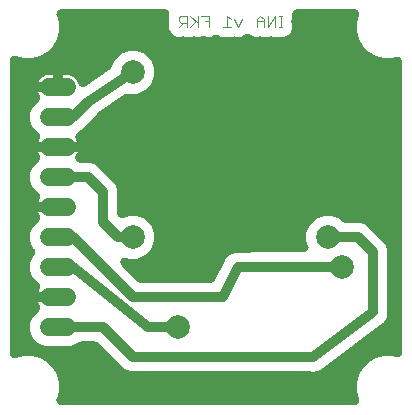
<source format=gbr>
G04 EAGLE Gerber RS-274X export*
G75*
%MOMM*%
%FSLAX34Y34*%
%LPD*%
%INBottom Copper*%
%IPPOS*%
%AMOC8*
5,1,8,0,0,1.08239X$1,22.5*%
G01*
%ADD10C,0.076200*%
%ADD11C,1.524000*%
%ADD12C,0.812800*%
%ADD13C,2.000000*%

G36*
X302096Y10174D02*
X302096Y10174D01*
X302288Y10179D01*
X302380Y10194D01*
X302473Y10201D01*
X302661Y10241D01*
X302850Y10272D01*
X302939Y10300D01*
X303030Y10320D01*
X303210Y10386D01*
X303393Y10443D01*
X303477Y10483D01*
X303565Y10516D01*
X303735Y10606D01*
X303907Y10689D01*
X303985Y10740D01*
X304068Y10784D01*
X304222Y10898D01*
X304382Y11004D01*
X304452Y11066D01*
X304527Y11121D01*
X304665Y11255D01*
X304808Y11382D01*
X304869Y11453D01*
X304936Y11518D01*
X305053Y11670D01*
X305177Y11816D01*
X305227Y11895D01*
X305284Y11969D01*
X305379Y12135D01*
X305482Y12298D01*
X305520Y12383D01*
X305567Y12464D01*
X305637Y12642D01*
X305716Y12817D01*
X305742Y12907D01*
X305777Y12993D01*
X305822Y13180D01*
X305876Y13364D01*
X305889Y13456D01*
X305911Y13547D01*
X305930Y13738D01*
X305957Y13928D01*
X305957Y14021D01*
X305966Y14114D01*
X305958Y14306D01*
X305958Y14498D01*
X305947Y14569D01*
X305942Y14684D01*
X305838Y15244D01*
X305831Y15262D01*
X305829Y15276D01*
X304039Y21956D01*
X304039Y28844D01*
X305822Y35498D01*
X309266Y41463D01*
X314137Y46334D01*
X320102Y49778D01*
X326756Y51561D01*
X333644Y51561D01*
X337024Y50655D01*
X337212Y50618D01*
X337399Y50573D01*
X337492Y50564D01*
X337584Y50546D01*
X337775Y50537D01*
X337966Y50518D01*
X338060Y50522D01*
X338153Y50517D01*
X338344Y50534D01*
X338536Y50543D01*
X338627Y50560D01*
X338720Y50568D01*
X338907Y50612D01*
X339096Y50647D01*
X339184Y50676D01*
X339275Y50697D01*
X339454Y50767D01*
X339636Y50828D01*
X339719Y50870D01*
X339806Y50903D01*
X339974Y50997D01*
X340145Y51083D01*
X340222Y51136D01*
X340304Y51182D01*
X340456Y51298D01*
X340614Y51407D01*
X340683Y51470D01*
X340757Y51527D01*
X340892Y51663D01*
X341033Y51793D01*
X341092Y51865D01*
X341158Y51932D01*
X341272Y52085D01*
X341394Y52234D01*
X341442Y52314D01*
X341498Y52389D01*
X341590Y52557D01*
X341689Y52721D01*
X341726Y52807D01*
X341771Y52889D01*
X341838Y53069D01*
X341914Y53245D01*
X341938Y53335D01*
X341971Y53423D01*
X342013Y53610D01*
X342063Y53795D01*
X342070Y53867D01*
X342095Y53979D01*
X342139Y54547D01*
X342138Y54566D01*
X342139Y54580D01*
X342139Y301020D01*
X342126Y301212D01*
X342121Y301403D01*
X342106Y301495D01*
X342099Y301589D01*
X342059Y301776D01*
X342028Y301966D01*
X342000Y302055D01*
X341980Y302146D01*
X341914Y302326D01*
X341857Y302509D01*
X341817Y302593D01*
X341784Y302681D01*
X341694Y302850D01*
X341611Y303023D01*
X341560Y303101D01*
X341516Y303183D01*
X341402Y303338D01*
X341296Y303498D01*
X341234Y303568D01*
X341179Y303643D01*
X341045Y303781D01*
X340918Y303924D01*
X340847Y303985D01*
X340782Y304052D01*
X340630Y304169D01*
X340484Y304293D01*
X340405Y304343D01*
X340331Y304400D01*
X340165Y304495D01*
X340002Y304598D01*
X339917Y304636D01*
X339836Y304682D01*
X339658Y304753D01*
X339483Y304832D01*
X339393Y304858D01*
X339307Y304893D01*
X339120Y304938D01*
X338936Y304991D01*
X338844Y305005D01*
X338753Y305027D01*
X338562Y305045D01*
X338372Y305073D01*
X338279Y305073D01*
X338186Y305082D01*
X337994Y305074D01*
X337802Y305074D01*
X337731Y305062D01*
X337616Y305057D01*
X337056Y304953D01*
X337038Y304947D01*
X337024Y304945D01*
X333644Y304039D01*
X326756Y304039D01*
X320102Y305822D01*
X314137Y309266D01*
X309266Y314137D01*
X305822Y320102D01*
X304039Y326756D01*
X304039Y333644D01*
X305802Y340224D01*
X305839Y340412D01*
X305884Y340599D01*
X305893Y340692D01*
X305911Y340784D01*
X305921Y340975D01*
X305939Y341166D01*
X305935Y341260D01*
X305940Y341353D01*
X305923Y341544D01*
X305915Y341736D01*
X305898Y341827D01*
X305890Y341920D01*
X305846Y342107D01*
X305811Y342296D01*
X305781Y342384D01*
X305760Y342475D01*
X305691Y342654D01*
X305630Y342836D01*
X305588Y342919D01*
X305554Y343006D01*
X305460Y343174D01*
X305374Y343345D01*
X305321Y343422D01*
X305276Y343504D01*
X305160Y343656D01*
X305051Y343814D01*
X304987Y343883D01*
X304931Y343957D01*
X304794Y344092D01*
X304664Y344233D01*
X304592Y344292D01*
X304526Y344358D01*
X304372Y344472D01*
X304223Y344594D01*
X304143Y344642D01*
X304069Y344698D01*
X303900Y344790D01*
X303736Y344889D01*
X303650Y344926D01*
X303568Y344971D01*
X303389Y345038D01*
X303212Y345114D01*
X303122Y345138D01*
X303035Y345171D01*
X302847Y345213D01*
X302662Y345263D01*
X302590Y345270D01*
X302479Y345295D01*
X301911Y345339D01*
X301891Y345338D01*
X301878Y345339D01*
X253492Y345339D01*
X253263Y345323D01*
X253032Y345313D01*
X252978Y345303D01*
X252924Y345299D01*
X252698Y345251D01*
X252472Y345209D01*
X252420Y345192D01*
X252366Y345180D01*
X252150Y345101D01*
X251932Y345028D01*
X251883Y345003D01*
X251831Y344984D01*
X251628Y344876D01*
X251423Y344773D01*
X251377Y344742D01*
X251329Y344716D01*
X251143Y344580D01*
X250954Y344449D01*
X250913Y344412D01*
X250869Y344379D01*
X250704Y344219D01*
X250535Y344063D01*
X250500Y344020D01*
X250461Y343982D01*
X250320Y343800D01*
X250174Y343622D01*
X250146Y343574D01*
X250112Y343531D01*
X249998Y343331D01*
X249879Y343134D01*
X249857Y343084D01*
X249830Y343036D01*
X249745Y342822D01*
X249654Y342611D01*
X249640Y342558D01*
X249620Y342507D01*
X249565Y342282D01*
X249505Y342061D01*
X249501Y342017D01*
X249485Y341953D01*
X249430Y341386D01*
X249433Y341320D01*
X249429Y341276D01*
X249429Y338294D01*
X248826Y336839D01*
X248807Y336782D01*
X248781Y336727D01*
X248717Y336512D01*
X248645Y336299D01*
X248634Y336239D01*
X248617Y336181D01*
X248583Y335959D01*
X248542Y335738D01*
X248540Y335678D01*
X248530Y335618D01*
X248528Y335393D01*
X248518Y335169D01*
X248524Y335109D01*
X248523Y335048D01*
X248552Y334826D01*
X248574Y334602D01*
X248589Y334543D01*
X248596Y334483D01*
X248630Y334371D01*
X248709Y334048D01*
X248792Y333839D01*
X248826Y333729D01*
X249429Y332274D01*
X249429Y328888D01*
X248133Y325761D01*
X245739Y323367D01*
X242612Y322071D01*
X232983Y322071D01*
X232774Y322134D01*
X232562Y322205D01*
X232502Y322216D01*
X232444Y322234D01*
X232222Y322268D01*
X232001Y322309D01*
X231941Y322311D01*
X231881Y322320D01*
X231656Y322323D01*
X231432Y322332D01*
X231372Y322327D01*
X231311Y322327D01*
X231089Y322299D01*
X230865Y322276D01*
X230806Y322262D01*
X230746Y322254D01*
X230634Y322220D01*
X230311Y322142D01*
X230135Y322071D01*
X229657Y322071D01*
X229650Y322071D01*
X229644Y322071D01*
X229616Y322068D01*
X229088Y322031D01*
X228947Y322001D01*
X228860Y321992D01*
X228421Y321905D01*
X227968Y321994D01*
X227966Y321994D01*
X227965Y321995D01*
X227955Y321996D01*
X227403Y322065D01*
X227264Y322063D01*
X227180Y322071D01*
X223628Y322071D01*
X223419Y322134D01*
X223206Y322205D01*
X223147Y322216D01*
X223089Y322234D01*
X222867Y322268D01*
X222646Y322309D01*
X222586Y322311D01*
X222526Y322320D01*
X222301Y322323D01*
X222077Y322332D01*
X222016Y322327D01*
X221956Y322327D01*
X221734Y322299D01*
X221510Y322276D01*
X221451Y322262D01*
X221391Y322254D01*
X221278Y322220D01*
X220956Y322142D01*
X220779Y322071D01*
X217364Y322071D01*
X214234Y323368D01*
X214175Y323419D01*
X214113Y323485D01*
X213960Y323606D01*
X213813Y323734D01*
X213737Y323783D01*
X213666Y323839D01*
X213498Y323937D01*
X213335Y324043D01*
X213253Y324081D01*
X213175Y324127D01*
X212995Y324201D01*
X212818Y324283D01*
X212731Y324309D01*
X212648Y324344D01*
X212459Y324392D01*
X212272Y324449D01*
X212183Y324462D01*
X212096Y324485D01*
X211902Y324506D01*
X211709Y324536D01*
X211619Y324537D01*
X211529Y324547D01*
X211335Y324541D01*
X211140Y324544D01*
X211050Y324532D01*
X210960Y324529D01*
X210768Y324496D01*
X210574Y324472D01*
X210487Y324448D01*
X210398Y324432D01*
X210213Y324373D01*
X210025Y324321D01*
X209942Y324285D01*
X209856Y324258D01*
X209681Y324173D01*
X209502Y324095D01*
X209425Y324048D01*
X209343Y324009D01*
X209280Y323966D01*
X208705Y323678D01*
X208606Y323620D01*
X208502Y323570D01*
X208408Y323503D01*
X208214Y323389D01*
X207956Y323182D01*
X207859Y323114D01*
X207778Y323043D01*
X207020Y322791D01*
X206768Y322686D01*
X206740Y322676D01*
X206729Y322670D01*
X206493Y322573D01*
X206490Y322571D01*
X206488Y322570D01*
X205773Y322213D01*
X205666Y322205D01*
X205552Y322189D01*
X205437Y322182D01*
X205325Y322157D01*
X205102Y322125D01*
X204783Y322033D01*
X204669Y322007D01*
X204566Y321973D01*
X203769Y322029D01*
X203200Y322030D01*
X203196Y322029D01*
X203193Y322029D01*
X202396Y321973D01*
X202294Y322007D01*
X202183Y322035D01*
X202074Y322073D01*
X201961Y322092D01*
X201742Y322149D01*
X201413Y322185D01*
X201297Y322205D01*
X200530Y322260D01*
X200268Y322260D01*
X200006Y322263D01*
X199983Y322260D01*
X199960Y322260D01*
X199701Y322224D01*
X199441Y322190D01*
X199422Y322184D01*
X199396Y322181D01*
X199015Y322071D01*
X189298Y322071D01*
X186326Y323302D01*
X186269Y323321D01*
X186214Y323347D01*
X185998Y323412D01*
X185785Y323483D01*
X185726Y323494D01*
X185668Y323511D01*
X185446Y323546D01*
X185225Y323586D01*
X185165Y323589D01*
X185105Y323598D01*
X184880Y323601D01*
X184656Y323610D01*
X184596Y323604D01*
X184535Y323605D01*
X184313Y323576D01*
X184089Y323554D01*
X184030Y323540D01*
X183970Y323532D01*
X183858Y323498D01*
X183535Y323419D01*
X183326Y323336D01*
X183216Y323302D01*
X180244Y322071D01*
X176858Y322071D01*
X175428Y322664D01*
X175371Y322683D01*
X175316Y322708D01*
X175101Y322773D01*
X174888Y322844D01*
X174829Y322855D01*
X174771Y322873D01*
X174548Y322907D01*
X174328Y322947D01*
X174268Y322950D01*
X174208Y322959D01*
X173983Y322962D01*
X173758Y322971D01*
X173698Y322965D01*
X173638Y322966D01*
X173416Y322937D01*
X173191Y322915D01*
X173133Y322901D01*
X173073Y322893D01*
X172960Y322859D01*
X172638Y322780D01*
X172429Y322697D01*
X172319Y322664D01*
X170889Y322071D01*
X167497Y322071D01*
X167288Y322134D01*
X167075Y322205D01*
X167016Y322216D01*
X166958Y322234D01*
X166736Y322268D01*
X166515Y322309D01*
X166454Y322311D01*
X166395Y322320D01*
X166170Y322323D01*
X165946Y322332D01*
X165885Y322327D01*
X165825Y322327D01*
X165602Y322299D01*
X165379Y322276D01*
X165320Y322262D01*
X165260Y322254D01*
X165147Y322220D01*
X164825Y322142D01*
X164648Y322071D01*
X158141Y322071D01*
X157933Y322134D01*
X157720Y322205D01*
X157660Y322216D01*
X157603Y322234D01*
X157381Y322268D01*
X157160Y322309D01*
X157099Y322311D01*
X157040Y322320D01*
X156815Y322323D01*
X156590Y322332D01*
X156530Y322326D01*
X156470Y322327D01*
X156247Y322299D01*
X156023Y322276D01*
X155965Y322262D01*
X155905Y322254D01*
X155792Y322220D01*
X155470Y322142D01*
X155293Y322071D01*
X151877Y322071D01*
X148750Y323367D01*
X146356Y325761D01*
X145060Y328888D01*
X145060Y335257D01*
X145060Y337785D01*
X145060Y340206D01*
X145079Y340261D01*
X145110Y340431D01*
X145151Y340599D01*
X145162Y340711D01*
X145182Y340822D01*
X145189Y340994D01*
X145206Y341166D01*
X145201Y341279D01*
X145206Y341391D01*
X145189Y341563D01*
X145182Y341736D01*
X145161Y341846D01*
X145150Y341958D01*
X145109Y342126D01*
X145078Y342296D01*
X145042Y342402D01*
X145015Y342512D01*
X144951Y342672D01*
X144896Y342836D01*
X144846Y342937D01*
X144804Y343041D01*
X144719Y343191D01*
X144641Y343345D01*
X144577Y343438D01*
X144521Y343536D01*
X144416Y343672D01*
X144317Y343814D01*
X144241Y343897D01*
X144172Y343986D01*
X144048Y344106D01*
X143931Y344233D01*
X143844Y344304D01*
X143763Y344383D01*
X143624Y344484D01*
X143490Y344594D01*
X143394Y344652D01*
X143303Y344718D01*
X143151Y344800D01*
X143003Y344889D01*
X142900Y344934D01*
X142800Y344987D01*
X142638Y345046D01*
X142479Y345114D01*
X142371Y345143D01*
X142265Y345182D01*
X142096Y345218D01*
X141929Y345263D01*
X141844Y345271D01*
X141708Y345300D01*
X141157Y345338D01*
X141144Y345339D01*
X53722Y345339D01*
X53531Y345326D01*
X53339Y345321D01*
X53247Y345306D01*
X53154Y345299D01*
X52966Y345259D01*
X52777Y345228D01*
X52688Y345200D01*
X52597Y345180D01*
X52416Y345114D01*
X52234Y345057D01*
X52150Y345017D01*
X52062Y344984D01*
X51892Y344894D01*
X51719Y344811D01*
X51642Y344760D01*
X51559Y344716D01*
X51404Y344602D01*
X51244Y344496D01*
X51175Y344434D01*
X51099Y344379D01*
X50962Y344245D01*
X50818Y344118D01*
X50758Y344047D01*
X50691Y343982D01*
X50573Y343830D01*
X50449Y343684D01*
X50399Y343605D01*
X50342Y343531D01*
X50247Y343365D01*
X50145Y343202D01*
X50106Y343117D01*
X50060Y343036D01*
X49989Y342858D01*
X49910Y342683D01*
X49884Y342593D01*
X49850Y342507D01*
X49805Y342320D01*
X49751Y342136D01*
X49738Y342044D01*
X49716Y341953D01*
X49697Y341762D01*
X49670Y341572D01*
X49670Y341479D01*
X49661Y341386D01*
X49669Y341194D01*
X49668Y341002D01*
X49680Y340931D01*
X49685Y340816D01*
X49789Y340256D01*
X49795Y340238D01*
X49798Y340224D01*
X51561Y333644D01*
X51561Y326756D01*
X49778Y320102D01*
X46334Y314137D01*
X41463Y309266D01*
X35498Y305822D01*
X28844Y304039D01*
X21956Y304039D01*
X15276Y305829D01*
X15088Y305866D01*
X14901Y305911D01*
X14808Y305920D01*
X14716Y305938D01*
X14525Y305948D01*
X14334Y305966D01*
X14240Y305962D01*
X14147Y305967D01*
X13956Y305950D01*
X13764Y305942D01*
X13673Y305925D01*
X13580Y305916D01*
X13393Y305873D01*
X13204Y305838D01*
X13116Y305808D01*
X13025Y305787D01*
X12846Y305717D01*
X12664Y305656D01*
X12581Y305615D01*
X12494Y305581D01*
X12326Y305487D01*
X12155Y305401D01*
X12078Y305348D01*
X11996Y305303D01*
X11844Y305187D01*
X11686Y305077D01*
X11617Y305014D01*
X11543Y304958D01*
X11408Y304821D01*
X11267Y304691D01*
X11208Y304619D01*
X11142Y304553D01*
X11028Y304399D01*
X10906Y304250D01*
X10858Y304170D01*
X10802Y304095D01*
X10710Y303927D01*
X10611Y303763D01*
X10574Y303677D01*
X10529Y303595D01*
X10462Y303415D01*
X10386Y303239D01*
X10362Y303149D01*
X10329Y303062D01*
X10287Y302874D01*
X10237Y302689D01*
X10230Y302617D01*
X10205Y302505D01*
X10161Y301937D01*
X10162Y301918D01*
X10161Y301904D01*
X10161Y53696D01*
X10174Y53504D01*
X10179Y53312D01*
X10194Y53220D01*
X10201Y53127D01*
X10241Y52939D01*
X10272Y52750D01*
X10300Y52661D01*
X10320Y52570D01*
X10386Y52390D01*
X10443Y52207D01*
X10483Y52123D01*
X10516Y52035D01*
X10606Y51865D01*
X10689Y51693D01*
X10740Y51615D01*
X10784Y51532D01*
X10898Y51378D01*
X11004Y51218D01*
X11066Y51148D01*
X11121Y51073D01*
X11255Y50935D01*
X11382Y50792D01*
X11453Y50731D01*
X11518Y50664D01*
X11670Y50547D01*
X11816Y50423D01*
X11895Y50373D01*
X11969Y50316D01*
X12135Y50221D01*
X12298Y50118D01*
X12383Y50080D01*
X12464Y50033D01*
X12642Y49963D01*
X12817Y49884D01*
X12907Y49858D01*
X12993Y49823D01*
X13180Y49778D01*
X13364Y49724D01*
X13456Y49711D01*
X13547Y49689D01*
X13738Y49670D01*
X13928Y49643D01*
X14021Y49643D01*
X14114Y49634D01*
X14306Y49642D01*
X14498Y49642D01*
X14569Y49653D01*
X14684Y49658D01*
X15244Y49762D01*
X15262Y49769D01*
X15276Y49771D01*
X21956Y51561D01*
X28844Y51561D01*
X35498Y49778D01*
X41463Y46334D01*
X46334Y41463D01*
X49778Y35498D01*
X51561Y28844D01*
X51561Y21956D01*
X49771Y15276D01*
X49734Y15088D01*
X49689Y14901D01*
X49680Y14808D01*
X49662Y14716D01*
X49652Y14525D01*
X49634Y14334D01*
X49638Y14240D01*
X49633Y14147D01*
X49650Y13956D01*
X49658Y13764D01*
X49675Y13673D01*
X49684Y13580D01*
X49727Y13393D01*
X49762Y13204D01*
X49792Y13116D01*
X49813Y13025D01*
X49883Y12846D01*
X49944Y12664D01*
X49985Y12581D01*
X50019Y12494D01*
X50113Y12326D01*
X50199Y12155D01*
X50252Y12078D01*
X50297Y11996D01*
X50413Y11844D01*
X50523Y11686D01*
X50586Y11617D01*
X50642Y11543D01*
X50779Y11408D01*
X50909Y11267D01*
X50981Y11208D01*
X51047Y11142D01*
X51201Y11028D01*
X51350Y10906D01*
X51430Y10858D01*
X51505Y10802D01*
X51673Y10710D01*
X51837Y10611D01*
X51923Y10574D01*
X52005Y10529D01*
X52185Y10462D01*
X52361Y10386D01*
X52451Y10362D01*
X52538Y10329D01*
X52726Y10287D01*
X52911Y10237D01*
X52983Y10230D01*
X53095Y10205D01*
X53663Y10161D01*
X53682Y10162D01*
X53696Y10161D01*
X301904Y10161D01*
X302096Y10174D01*
G37*
%LPC*%
G36*
X266119Y38566D02*
X266119Y38566D01*
X265551Y38607D01*
X265547Y38607D01*
X265545Y38607D01*
X111875Y38607D01*
X107393Y40464D01*
X85040Y62817D01*
X84994Y62857D01*
X84953Y62901D01*
X84779Y63043D01*
X84610Y63191D01*
X84559Y63224D01*
X84512Y63262D01*
X84320Y63379D01*
X84131Y63501D01*
X84077Y63526D01*
X84025Y63557D01*
X83819Y63646D01*
X83614Y63741D01*
X83557Y63758D01*
X83501Y63782D01*
X83284Y63840D01*
X83069Y63906D01*
X83009Y63915D01*
X82951Y63931D01*
X82834Y63942D01*
X82506Y63993D01*
X82281Y63996D01*
X82167Y64007D01*
X70182Y64007D01*
X70122Y64003D01*
X70062Y64005D01*
X69838Y63983D01*
X69614Y63967D01*
X69555Y63955D01*
X69495Y63949D01*
X69276Y63895D01*
X69057Y63848D01*
X69000Y63828D01*
X68941Y63813D01*
X68733Y63730D01*
X68522Y63652D01*
X68468Y63624D01*
X68412Y63601D01*
X68218Y63490D01*
X68019Y63384D01*
X67971Y63348D01*
X67918Y63318D01*
X67827Y63243D01*
X67559Y63047D01*
X67398Y62890D01*
X67355Y62855D01*
X61553Y60451D01*
X40047Y60451D01*
X34259Y62849D01*
X29829Y67279D01*
X27431Y73067D01*
X27431Y79333D01*
X29829Y85121D01*
X34768Y90060D01*
X34897Y90208D01*
X35032Y90351D01*
X35083Y90423D01*
X35142Y90490D01*
X35248Y90655D01*
X35362Y90815D01*
X35403Y90894D01*
X35452Y90968D01*
X35534Y91147D01*
X35625Y91321D01*
X35654Y91405D01*
X35691Y91485D01*
X35748Y91673D01*
X35813Y91858D01*
X35831Y91946D01*
X35857Y92031D01*
X35887Y92225D01*
X35925Y92417D01*
X35930Y92506D01*
X35944Y92594D01*
X35947Y92790D01*
X35958Y92986D01*
X35950Y93075D01*
X35952Y93163D01*
X35927Y93358D01*
X35911Y93554D01*
X35891Y93640D01*
X35880Y93729D01*
X35828Y93918D01*
X35784Y94109D01*
X35753Y94192D01*
X35729Y94278D01*
X35651Y94459D01*
X35581Y94642D01*
X35546Y94702D01*
X35503Y94801D01*
X35207Y95288D01*
X35191Y95307D01*
X35182Y95322D01*
X34490Y96275D01*
X33847Y97537D01*
X50800Y97537D01*
X51029Y97553D01*
X51259Y97563D01*
X51313Y97573D01*
X51368Y97577D01*
X51593Y97625D01*
X51819Y97667D01*
X51872Y97684D01*
X51925Y97696D01*
X52141Y97775D01*
X52360Y97848D01*
X52409Y97873D01*
X52460Y97891D01*
X52663Y98000D01*
X52869Y98103D01*
X52914Y98134D01*
X52963Y98160D01*
X53148Y98296D01*
X53338Y98427D01*
X53378Y98464D01*
X53423Y98497D01*
X53587Y98657D01*
X53757Y98813D01*
X53792Y98856D01*
X53831Y98894D01*
X53972Y99076D01*
X54118Y99254D01*
X54146Y99301D01*
X54180Y99345D01*
X54294Y99545D01*
X54413Y99741D01*
X54435Y99792D01*
X54462Y99840D01*
X54547Y100054D01*
X54637Y100265D01*
X54652Y100318D01*
X54672Y100369D01*
X54726Y100594D01*
X54786Y100815D01*
X54791Y100859D01*
X54806Y100923D01*
X54861Y101490D01*
X54859Y101556D01*
X54863Y101600D01*
X54847Y101830D01*
X54837Y102060D01*
X54827Y102114D01*
X54823Y102169D01*
X54775Y102394D01*
X54733Y102620D01*
X54715Y102672D01*
X54704Y102726D01*
X54625Y102942D01*
X54552Y103160D01*
X54527Y103209D01*
X54508Y103261D01*
X54399Y103464D01*
X54296Y103670D01*
X54265Y103715D01*
X54239Y103763D01*
X54104Y103949D01*
X53973Y104138D01*
X53935Y104179D01*
X53903Y104223D01*
X53743Y104388D01*
X53586Y104557D01*
X53544Y104592D01*
X53505Y104631D01*
X53324Y104772D01*
X53145Y104918D01*
X53098Y104947D01*
X53055Y104980D01*
X52855Y105094D01*
X52658Y105213D01*
X52608Y105235D01*
X52560Y105262D01*
X52345Y105348D01*
X52134Y105438D01*
X52082Y105452D01*
X52030Y105473D01*
X51806Y105527D01*
X51584Y105587D01*
X51540Y105591D01*
X51476Y105607D01*
X50909Y105662D01*
X50844Y105659D01*
X50800Y105663D01*
X33847Y105663D01*
X34490Y106925D01*
X35182Y107878D01*
X35286Y108045D01*
X35397Y108207D01*
X35437Y108286D01*
X35484Y108362D01*
X35564Y108541D01*
X35651Y108717D01*
X35679Y108801D01*
X35715Y108882D01*
X35769Y109071D01*
X35831Y109257D01*
X35847Y109345D01*
X35871Y109430D01*
X35898Y109625D01*
X35933Y109818D01*
X35937Y109907D01*
X35949Y109995D01*
X35948Y110191D01*
X35956Y110387D01*
X35948Y110476D01*
X35947Y110565D01*
X35919Y110759D01*
X35900Y110954D01*
X35878Y111041D01*
X35866Y111129D01*
X35811Y111317D01*
X35764Y111508D01*
X35731Y111590D01*
X35706Y111676D01*
X35625Y111854D01*
X35552Y112037D01*
X35508Y112114D01*
X35472Y112195D01*
X35367Y112361D01*
X35269Y112531D01*
X35225Y112585D01*
X35167Y112676D01*
X34797Y113110D01*
X34779Y113126D01*
X34768Y113140D01*
X29829Y118079D01*
X27431Y123867D01*
X27431Y130133D01*
X29829Y135921D01*
X30735Y136827D01*
X30886Y137001D01*
X31041Y137170D01*
X31072Y137216D01*
X31108Y137257D01*
X31234Y137450D01*
X31364Y137640D01*
X31388Y137689D01*
X31418Y137735D01*
X31515Y137944D01*
X31618Y138150D01*
X31635Y138202D01*
X31658Y138252D01*
X31725Y138473D01*
X31798Y138691D01*
X31807Y138745D01*
X31823Y138797D01*
X31859Y139025D01*
X31900Y139251D01*
X31902Y139306D01*
X31911Y139360D01*
X31914Y139590D01*
X31923Y139821D01*
X31918Y139875D01*
X31918Y139930D01*
X31889Y140158D01*
X31866Y140387D01*
X31853Y140441D01*
X31846Y140495D01*
X31785Y140717D01*
X31731Y140941D01*
X31710Y140992D01*
X31696Y141045D01*
X31605Y141256D01*
X31519Y141470D01*
X31492Y141518D01*
X31470Y141568D01*
X31350Y141764D01*
X31236Y141964D01*
X31207Y141999D01*
X31173Y142054D01*
X30811Y142494D01*
X30763Y142539D01*
X30735Y142573D01*
X29829Y143479D01*
X27431Y149267D01*
X27431Y155533D01*
X29829Y161321D01*
X34768Y166260D01*
X34897Y166408D01*
X35032Y166551D01*
X35083Y166623D01*
X35142Y166690D01*
X35248Y166855D01*
X35362Y167015D01*
X35403Y167094D01*
X35452Y167168D01*
X35534Y167347D01*
X35625Y167521D01*
X35654Y167605D01*
X35691Y167685D01*
X35748Y167873D01*
X35813Y168058D01*
X35831Y168146D01*
X35857Y168231D01*
X35887Y168425D01*
X35925Y168617D01*
X35930Y168706D01*
X35944Y168794D01*
X35947Y168990D01*
X35958Y169186D01*
X35950Y169275D01*
X35952Y169363D01*
X35927Y169558D01*
X35911Y169754D01*
X35891Y169840D01*
X35880Y169929D01*
X35828Y170118D01*
X35784Y170309D01*
X35753Y170392D01*
X35729Y170478D01*
X35651Y170659D01*
X35581Y170842D01*
X35546Y170902D01*
X35503Y171001D01*
X35207Y171488D01*
X35191Y171507D01*
X35182Y171522D01*
X34490Y172475D01*
X33847Y173737D01*
X50800Y173737D01*
X51029Y173753D01*
X51259Y173763D01*
X51313Y173773D01*
X51368Y173777D01*
X51593Y173825D01*
X51819Y173867D01*
X51872Y173884D01*
X51925Y173896D01*
X52141Y173975D01*
X52360Y174048D01*
X52409Y174073D01*
X52460Y174091D01*
X52663Y174200D01*
X52869Y174303D01*
X52914Y174334D01*
X52963Y174360D01*
X53148Y174496D01*
X53338Y174627D01*
X53378Y174664D01*
X53423Y174697D01*
X53587Y174857D01*
X53757Y175013D01*
X53792Y175056D01*
X53831Y175094D01*
X53972Y175276D01*
X54118Y175454D01*
X54146Y175501D01*
X54180Y175545D01*
X54294Y175745D01*
X54413Y175941D01*
X54435Y175992D01*
X54462Y176040D01*
X54547Y176254D01*
X54637Y176465D01*
X54652Y176518D01*
X54672Y176569D01*
X54726Y176794D01*
X54786Y177015D01*
X54791Y177059D01*
X54806Y177123D01*
X54861Y177690D01*
X54859Y177756D01*
X54863Y177800D01*
X54847Y178030D01*
X54837Y178260D01*
X54827Y178314D01*
X54823Y178369D01*
X54775Y178594D01*
X54733Y178820D01*
X54715Y178872D01*
X54704Y178926D01*
X54625Y179142D01*
X54552Y179360D01*
X54527Y179409D01*
X54508Y179461D01*
X54399Y179664D01*
X54296Y179870D01*
X54265Y179915D01*
X54239Y179963D01*
X54104Y180149D01*
X53973Y180338D01*
X53935Y180379D01*
X53903Y180423D01*
X53743Y180588D01*
X53586Y180757D01*
X53544Y180792D01*
X53505Y180831D01*
X53324Y180972D01*
X53145Y181118D01*
X53098Y181147D01*
X53055Y181180D01*
X52855Y181294D01*
X52658Y181413D01*
X52608Y181435D01*
X52560Y181462D01*
X52345Y181548D01*
X52134Y181638D01*
X52082Y181652D01*
X52030Y181673D01*
X51806Y181727D01*
X51584Y181787D01*
X51540Y181791D01*
X51476Y181807D01*
X50909Y181862D01*
X50844Y181859D01*
X50800Y181863D01*
X33847Y181863D01*
X34490Y183125D01*
X35182Y184078D01*
X35286Y184245D01*
X35397Y184407D01*
X35437Y184486D01*
X35484Y184562D01*
X35564Y184741D01*
X35651Y184917D01*
X35679Y185001D01*
X35715Y185082D01*
X35769Y185271D01*
X35831Y185457D01*
X35847Y185545D01*
X35871Y185630D01*
X35898Y185825D01*
X35933Y186018D01*
X35937Y186107D01*
X35949Y186195D01*
X35948Y186391D01*
X35956Y186587D01*
X35948Y186676D01*
X35947Y186765D01*
X35919Y186959D01*
X35900Y187154D01*
X35878Y187241D01*
X35866Y187329D01*
X35811Y187517D01*
X35764Y187708D01*
X35731Y187790D01*
X35706Y187876D01*
X35625Y188054D01*
X35552Y188237D01*
X35508Y188314D01*
X35472Y188395D01*
X35367Y188561D01*
X35269Y188731D01*
X35225Y188785D01*
X35167Y188876D01*
X34797Y189310D01*
X34779Y189326D01*
X34768Y189340D01*
X29829Y194279D01*
X27431Y200067D01*
X27431Y206333D01*
X29829Y212121D01*
X34768Y217060D01*
X34897Y217208D01*
X35032Y217351D01*
X35083Y217423D01*
X35142Y217490D01*
X35248Y217655D01*
X35362Y217815D01*
X35403Y217894D01*
X35452Y217968D01*
X35534Y218147D01*
X35625Y218321D01*
X35654Y218405D01*
X35691Y218485D01*
X35748Y218673D01*
X35813Y218858D01*
X35831Y218946D01*
X35857Y219031D01*
X35887Y219225D01*
X35925Y219417D01*
X35930Y219506D01*
X35944Y219594D01*
X35947Y219790D01*
X35958Y219986D01*
X35950Y220075D01*
X35952Y220163D01*
X35927Y220358D01*
X35911Y220554D01*
X35891Y220640D01*
X35880Y220729D01*
X35828Y220918D01*
X35784Y221109D01*
X35753Y221192D01*
X35729Y221278D01*
X35651Y221459D01*
X35581Y221642D01*
X35546Y221702D01*
X35503Y221801D01*
X35207Y222288D01*
X35191Y222307D01*
X35182Y222322D01*
X34490Y223275D01*
X33847Y224537D01*
X50800Y224537D01*
X67753Y224537D01*
X67110Y223275D01*
X66418Y222322D01*
X66314Y222155D01*
X66203Y221993D01*
X66163Y221914D01*
X66116Y221838D01*
X66037Y221659D01*
X65949Y221483D01*
X65921Y221399D01*
X65885Y221318D01*
X65831Y221129D01*
X65769Y220942D01*
X65753Y220855D01*
X65729Y220770D01*
X65702Y220575D01*
X65667Y220382D01*
X65663Y220293D01*
X65651Y220205D01*
X65652Y220009D01*
X65644Y219813D01*
X65652Y219724D01*
X65653Y219635D01*
X65681Y219441D01*
X65700Y219246D01*
X65722Y219159D01*
X65734Y219071D01*
X65789Y218883D01*
X65836Y218692D01*
X65869Y218610D01*
X65894Y218524D01*
X65975Y218346D01*
X66048Y218163D01*
X66092Y218086D01*
X66128Y218005D01*
X66233Y217839D01*
X66331Y217669D01*
X66375Y217615D01*
X66433Y217524D01*
X66803Y217090D01*
X66821Y217074D01*
X66832Y217060D01*
X67309Y216583D01*
X67355Y216543D01*
X67396Y216499D01*
X67570Y216356D01*
X67740Y216209D01*
X67790Y216176D01*
X67837Y216138D01*
X68029Y216022D01*
X68218Y215899D01*
X68273Y215874D01*
X68324Y215843D01*
X68530Y215754D01*
X68735Y215659D01*
X68792Y215642D01*
X68848Y215618D01*
X69064Y215560D01*
X69280Y215494D01*
X69340Y215485D01*
X69398Y215469D01*
X69515Y215458D01*
X69843Y215407D01*
X70068Y215404D01*
X70182Y215393D01*
X78625Y215393D01*
X83107Y213536D01*
X95235Y201408D01*
X99236Y197407D01*
X101093Y192925D01*
X101093Y172633D01*
X101105Y172460D01*
X101107Y172288D01*
X101125Y172177D01*
X101133Y172064D01*
X101169Y171895D01*
X101195Y171725D01*
X101228Y171617D01*
X101252Y171507D01*
X101311Y171345D01*
X101361Y171180D01*
X101409Y171078D01*
X101448Y170972D01*
X101529Y170820D01*
X101602Y170663D01*
X101663Y170569D01*
X101716Y170470D01*
X101818Y170330D01*
X101912Y170185D01*
X101986Y170101D01*
X102053Y170010D01*
X102173Y169886D01*
X102287Y169756D01*
X102372Y169682D01*
X102450Y169602D01*
X102587Y169496D01*
X102717Y169383D01*
X102812Y169322D01*
X102901Y169253D01*
X103051Y169167D01*
X103196Y169074D01*
X103298Y169026D01*
X103396Y168971D01*
X103557Y168907D01*
X103713Y168834D01*
X103821Y168802D01*
X103925Y168760D01*
X104093Y168720D01*
X104259Y168670D01*
X104370Y168653D01*
X104479Y168626D01*
X104651Y168610D01*
X104822Y168583D01*
X104934Y168582D01*
X105046Y168571D01*
X105219Y168579D01*
X105392Y168576D01*
X105503Y168591D01*
X105616Y168596D01*
X105786Y168627D01*
X105957Y168649D01*
X106038Y168674D01*
X106176Y168700D01*
X106699Y168875D01*
X106711Y168879D01*
X106716Y168881D01*
X110694Y170529D01*
X117906Y170529D01*
X124569Y167769D01*
X129669Y162669D01*
X132429Y156006D01*
X132429Y148794D01*
X129669Y142131D01*
X124569Y137031D01*
X117906Y134271D01*
X110694Y134271D01*
X109385Y134814D01*
X109330Y134832D01*
X109278Y134856D01*
X109060Y134922D01*
X108844Y134994D01*
X108788Y135005D01*
X108732Y135021D01*
X108508Y135056D01*
X108284Y135097D01*
X108226Y135100D01*
X108169Y135109D01*
X107942Y135112D01*
X107715Y135121D01*
X107657Y135116D01*
X107600Y135116D01*
X107374Y135088D01*
X107148Y135065D01*
X107092Y135052D01*
X107034Y135044D01*
X106815Y134984D01*
X106594Y134930D01*
X106541Y134909D01*
X106485Y134894D01*
X106276Y134803D01*
X106065Y134719D01*
X106015Y134691D01*
X105962Y134668D01*
X105767Y134549D01*
X105570Y134437D01*
X105525Y134401D01*
X105475Y134371D01*
X105300Y134227D01*
X105120Y134087D01*
X105080Y134046D01*
X105035Y134009D01*
X104882Y133842D01*
X104723Y133678D01*
X104689Y133632D01*
X104650Y133589D01*
X104521Y133402D01*
X104387Y133218D01*
X104360Y133167D01*
X104328Y133120D01*
X104226Y132916D01*
X104119Y132715D01*
X104100Y132661D01*
X104074Y132610D01*
X104002Y132394D01*
X103924Y132180D01*
X103912Y132124D01*
X103894Y132069D01*
X103853Y131845D01*
X103806Y131623D01*
X103802Y131565D01*
X103791Y131508D01*
X103782Y131281D01*
X103767Y131054D01*
X103771Y130997D01*
X103768Y130939D01*
X103791Y130713D01*
X103807Y130486D01*
X103819Y130429D01*
X103825Y130372D01*
X103879Y130151D01*
X103927Y129929D01*
X103947Y129875D01*
X103961Y129819D01*
X104045Y129607D01*
X104124Y129394D01*
X104151Y129343D01*
X104172Y129290D01*
X104285Y129093D01*
X104393Y128892D01*
X104427Y128845D01*
X104456Y128795D01*
X104530Y128705D01*
X104730Y128433D01*
X104884Y128275D01*
X104957Y128186D01*
X118160Y114983D01*
X118206Y114943D01*
X118247Y114899D01*
X118421Y114757D01*
X118590Y114609D01*
X118641Y114576D01*
X118688Y114538D01*
X118880Y114421D01*
X119069Y114299D01*
X119123Y114274D01*
X119175Y114243D01*
X119382Y114154D01*
X119586Y114059D01*
X119643Y114042D01*
X119699Y114018D01*
X119916Y113959D01*
X120131Y113894D01*
X120191Y113885D01*
X120249Y113869D01*
X120366Y113858D01*
X120694Y113807D01*
X120919Y113804D01*
X121033Y113793D01*
X180453Y113793D01*
X180597Y113803D01*
X180740Y113803D01*
X180880Y113823D01*
X181022Y113833D01*
X181162Y113863D01*
X181305Y113883D01*
X181441Y113922D01*
X181579Y113952D01*
X181714Y114001D01*
X181852Y114041D01*
X181981Y114099D01*
X182114Y114148D01*
X182241Y114216D01*
X182372Y114274D01*
X182491Y114350D01*
X182616Y114416D01*
X182732Y114501D01*
X182854Y114578D01*
X182962Y114669D01*
X183076Y114753D01*
X183179Y114853D01*
X183289Y114946D01*
X183383Y115052D01*
X183485Y115150D01*
X183572Y115264D01*
X183668Y115371D01*
X183723Y115458D01*
X183833Y115601D01*
X184038Y115960D01*
X184088Y116039D01*
X191978Y131820D01*
X192069Y132038D01*
X192122Y132143D01*
X192760Y133756D01*
X192845Y133856D01*
X192995Y134025D01*
X193020Y134065D01*
X193066Y134119D01*
X193368Y134602D01*
X193375Y134618D01*
X194677Y135747D01*
X194844Y135914D01*
X194933Y135990D01*
X196140Y137237D01*
X196257Y137297D01*
X196460Y137396D01*
X196499Y137423D01*
X196562Y137455D01*
X197025Y137786D01*
X197038Y137798D01*
X198673Y138343D01*
X198891Y138434D01*
X199003Y138470D01*
X200595Y139159D01*
X200726Y139170D01*
X200952Y139183D01*
X200998Y139194D01*
X201068Y139200D01*
X201623Y139328D01*
X201640Y139334D01*
X203358Y139212D01*
X203595Y139212D01*
X203712Y139203D01*
X224905Y139543D01*
X224991Y139550D01*
X225076Y139549D01*
X225274Y139575D01*
X225473Y139592D01*
X225483Y139594D01*
X228068Y139594D01*
X228106Y139597D01*
X228133Y139595D01*
X230764Y139637D01*
X230907Y139613D01*
X231176Y139606D01*
X231297Y139594D01*
X259001Y139594D01*
X259173Y139606D01*
X259346Y139609D01*
X259457Y139626D01*
X259569Y139634D01*
X259738Y139670D01*
X259909Y139697D01*
X260016Y139730D01*
X260127Y139753D01*
X260289Y139812D01*
X260454Y139863D01*
X260556Y139910D01*
X260662Y139949D01*
X260814Y140030D01*
X260970Y140103D01*
X261065Y140165D01*
X261164Y140218D01*
X261303Y140320D01*
X261448Y140414D01*
X261533Y140488D01*
X261624Y140554D01*
X261748Y140674D01*
X261878Y140788D01*
X261952Y140873D01*
X262032Y140951D01*
X262138Y141088D01*
X262251Y141219D01*
X262312Y141313D01*
X262381Y141402D01*
X262466Y141552D01*
X262560Y141697D01*
X262607Y141799D01*
X262663Y141897D01*
X262727Y142058D01*
X262799Y142214D01*
X262832Y142322D01*
X262873Y142427D01*
X262914Y142595D01*
X262964Y142760D01*
X262981Y142871D01*
X263007Y142981D01*
X263024Y143152D01*
X263050Y143323D01*
X263052Y143436D01*
X263063Y143548D01*
X263055Y143720D01*
X263057Y143893D01*
X263043Y144004D01*
X263038Y144117D01*
X263007Y144287D01*
X262984Y144458D01*
X262960Y144540D01*
X262934Y144677D01*
X262759Y145200D01*
X262755Y145212D01*
X262753Y145217D01*
X262753Y145218D01*
X261271Y148794D01*
X261271Y156006D01*
X264031Y162669D01*
X269131Y167769D01*
X275794Y170529D01*
X283006Y170529D01*
X289669Y167769D01*
X291655Y165783D01*
X291701Y165743D01*
X291742Y165699D01*
X291916Y165557D01*
X292085Y165409D01*
X292136Y165376D01*
X292183Y165338D01*
X292375Y165221D01*
X292563Y165099D01*
X292618Y165074D01*
X292670Y165043D01*
X292876Y164954D01*
X293080Y164859D01*
X293138Y164842D01*
X293194Y164818D01*
X293410Y164760D01*
X293626Y164694D01*
X293685Y164685D01*
X293744Y164669D01*
X293861Y164658D01*
X294189Y164607D01*
X294414Y164604D01*
X294528Y164593D01*
X307225Y164593D01*
X311707Y162736D01*
X327836Y146607D01*
X329693Y142125D01*
X329693Y90949D01*
X329701Y90835D01*
X329699Y90720D01*
X329717Y90606D01*
X329733Y90381D01*
X329802Y90057D01*
X329820Y89941D01*
X329913Y89577D01*
X329734Y88319D01*
X329693Y87751D01*
X329693Y87747D01*
X329693Y87745D01*
X329693Y86475D01*
X329549Y86127D01*
X329512Y86019D01*
X329467Y85913D01*
X329440Y85801D01*
X329368Y85587D01*
X329308Y85262D01*
X329280Y85147D01*
X329227Y84775D01*
X328580Y83682D01*
X328325Y83173D01*
X328324Y83169D01*
X328322Y83167D01*
X327837Y81993D01*
X327571Y81727D01*
X327495Y81641D01*
X327413Y81561D01*
X327345Y81468D01*
X327197Y81297D01*
X327017Y81020D01*
X326947Y80925D01*
X326756Y80601D01*
X325740Y79839D01*
X325309Y79466D01*
X325307Y79463D01*
X325305Y79462D01*
X324407Y78564D01*
X324059Y78420D01*
X323956Y78368D01*
X323850Y78326D01*
X323751Y78266D01*
X323549Y78165D01*
X323277Y77977D01*
X323176Y77916D01*
X274940Y41739D01*
X274509Y41366D01*
X274507Y41363D01*
X274505Y41362D01*
X273607Y40464D01*
X273259Y40320D01*
X273157Y40268D01*
X273050Y40226D01*
X272951Y40166D01*
X272749Y40065D01*
X272477Y39878D01*
X272376Y39816D01*
X272075Y39591D01*
X270845Y39275D01*
X270304Y39096D01*
X270301Y39094D01*
X270299Y39093D01*
X269125Y38607D01*
X268749Y38607D01*
X268635Y38599D01*
X268520Y38601D01*
X268406Y38583D01*
X268181Y38567D01*
X267857Y38498D01*
X267741Y38480D01*
X267377Y38387D01*
X266119Y38566D01*
G37*
%LPD*%
%LPC*%
G36*
X50800Y232663D02*
X50800Y232663D01*
X33847Y232663D01*
X34490Y233925D01*
X35182Y234878D01*
X35286Y235045D01*
X35397Y235207D01*
X35437Y235286D01*
X35484Y235362D01*
X35564Y235541D01*
X35651Y235717D01*
X35679Y235801D01*
X35715Y235882D01*
X35769Y236071D01*
X35831Y236257D01*
X35847Y236345D01*
X35871Y236430D01*
X35898Y236625D01*
X35933Y236818D01*
X35937Y236907D01*
X35949Y236995D01*
X35948Y237191D01*
X35956Y237387D01*
X35948Y237476D01*
X35947Y237565D01*
X35919Y237759D01*
X35900Y237954D01*
X35878Y238041D01*
X35866Y238129D01*
X35811Y238317D01*
X35764Y238508D01*
X35731Y238590D01*
X35706Y238676D01*
X35625Y238854D01*
X35552Y239037D01*
X35508Y239114D01*
X35472Y239195D01*
X35367Y239361D01*
X35269Y239531D01*
X35225Y239585D01*
X35167Y239676D01*
X34797Y240110D01*
X34779Y240126D01*
X34768Y240140D01*
X29829Y245079D01*
X27431Y250867D01*
X27431Y257133D01*
X29829Y262921D01*
X34768Y267860D01*
X34897Y268008D01*
X35032Y268151D01*
X35083Y268223D01*
X35142Y268290D01*
X35248Y268455D01*
X35362Y268615D01*
X35403Y268694D01*
X35452Y268768D01*
X35534Y268947D01*
X35625Y269121D01*
X35654Y269205D01*
X35691Y269285D01*
X35748Y269473D01*
X35813Y269658D01*
X35831Y269746D01*
X35857Y269831D01*
X35887Y270025D01*
X35925Y270217D01*
X35930Y270306D01*
X35944Y270394D01*
X35947Y270590D01*
X35958Y270786D01*
X35950Y270875D01*
X35952Y270963D01*
X35927Y271158D01*
X35911Y271354D01*
X35891Y271440D01*
X35880Y271529D01*
X35828Y271718D01*
X35784Y271909D01*
X35753Y271992D01*
X35729Y272078D01*
X35651Y272259D01*
X35581Y272442D01*
X35546Y272502D01*
X35503Y272601D01*
X35207Y273088D01*
X35191Y273107D01*
X35182Y273122D01*
X34490Y274075D01*
X33847Y275337D01*
X50800Y275337D01*
X51029Y275353D01*
X51259Y275363D01*
X51313Y275373D01*
X51368Y275377D01*
X51593Y275425D01*
X51819Y275467D01*
X51872Y275484D01*
X51925Y275496D01*
X52141Y275575D01*
X52360Y275648D01*
X52409Y275673D01*
X52460Y275691D01*
X52663Y275800D01*
X52869Y275903D01*
X52914Y275934D01*
X52963Y275960D01*
X53148Y276096D01*
X53338Y276227D01*
X53378Y276264D01*
X53423Y276297D01*
X53587Y276457D01*
X53757Y276613D01*
X53757Y276614D01*
X53792Y276656D01*
X53831Y276694D01*
X53831Y276695D01*
X53972Y276876D01*
X54118Y277055D01*
X54147Y277102D01*
X54180Y277145D01*
X54294Y277345D01*
X54413Y277542D01*
X54435Y277592D01*
X54462Y277640D01*
X54548Y277855D01*
X54638Y278066D01*
X54652Y278118D01*
X54673Y278170D01*
X54727Y278394D01*
X54787Y278616D01*
X54791Y278660D01*
X54807Y278724D01*
X54862Y279291D01*
X54859Y279356D01*
X54863Y279400D01*
X54863Y289561D01*
X59220Y289561D01*
X60799Y289311D01*
X62320Y288816D01*
X63745Y288090D01*
X65039Y287150D01*
X66170Y286019D01*
X67110Y284725D01*
X67836Y283300D01*
X68188Y282217D01*
X68269Y282017D01*
X68344Y281813D01*
X68376Y281752D01*
X68402Y281689D01*
X68510Y281501D01*
X68612Y281311D01*
X68653Y281255D01*
X68687Y281195D01*
X68821Y281025D01*
X68949Y280851D01*
X68997Y280801D01*
X69039Y280747D01*
X69195Y280597D01*
X69346Y280442D01*
X69400Y280400D01*
X69450Y280352D01*
X69625Y280226D01*
X69796Y280093D01*
X69856Y280059D01*
X69912Y280019D01*
X70103Y279918D01*
X70291Y279811D01*
X70355Y279785D01*
X70416Y279753D01*
X70620Y279680D01*
X70821Y279600D01*
X70888Y279584D01*
X70952Y279561D01*
X71164Y279517D01*
X71374Y279466D01*
X71443Y279459D01*
X71510Y279446D01*
X71726Y279432D01*
X71942Y279411D01*
X72010Y279414D01*
X72079Y279409D01*
X72295Y279426D01*
X72511Y279435D01*
X72579Y279448D01*
X72647Y279453D01*
X72858Y279499D01*
X73071Y279539D01*
X73136Y279561D01*
X73204Y279576D01*
X73406Y279651D01*
X73611Y279720D01*
X73660Y279746D01*
X73737Y279775D01*
X74238Y280047D01*
X74277Y280076D01*
X74307Y280092D01*
X94550Y293587D01*
X94735Y293730D01*
X94923Y293868D01*
X94960Y293904D01*
X95001Y293936D01*
X95163Y294103D01*
X95331Y294266D01*
X95362Y294307D01*
X95398Y294344D01*
X95536Y294532D01*
X95679Y294717D01*
X95699Y294754D01*
X95735Y294803D01*
X96004Y295306D01*
X96028Y295371D01*
X96050Y295413D01*
X98931Y302369D01*
X104031Y307469D01*
X110694Y310229D01*
X117906Y310229D01*
X124569Y307469D01*
X129669Y302369D01*
X132429Y295706D01*
X132429Y288494D01*
X129669Y281831D01*
X124569Y276731D01*
X117906Y273971D01*
X110318Y273971D01*
X110089Y273955D01*
X109860Y273945D01*
X109805Y273935D01*
X109750Y273931D01*
X109525Y273883D01*
X109300Y273842D01*
X109247Y273824D01*
X109192Y273812D01*
X108977Y273734D01*
X108759Y273660D01*
X108720Y273639D01*
X108657Y273616D01*
X108155Y273348D01*
X108103Y273310D01*
X108064Y273289D01*
X84303Y257448D01*
X84298Y257444D01*
X84292Y257441D01*
X84271Y257423D01*
X83852Y257099D01*
X83751Y256996D01*
X83683Y256940D01*
X70136Y243393D01*
X70088Y243360D01*
X69838Y243130D01*
X69748Y243056D01*
X66832Y240140D01*
X66703Y239992D01*
X66568Y239849D01*
X66517Y239777D01*
X66458Y239710D01*
X66352Y239545D01*
X66238Y239385D01*
X66197Y239306D01*
X66148Y239231D01*
X66066Y239054D01*
X65975Y238879D01*
X65946Y238795D01*
X65909Y238715D01*
X65852Y238527D01*
X65787Y238342D01*
X65769Y238254D01*
X65743Y238169D01*
X65713Y237975D01*
X65675Y237783D01*
X65670Y237694D01*
X65656Y237606D01*
X65653Y237410D01*
X65642Y237214D01*
X65650Y237125D01*
X65648Y237037D01*
X65673Y236842D01*
X65689Y236646D01*
X65709Y236560D01*
X65720Y236471D01*
X65772Y236282D01*
X65816Y236091D01*
X65847Y236008D01*
X65871Y235922D01*
X65949Y235741D01*
X66019Y235558D01*
X66054Y235498D01*
X66097Y235399D01*
X66393Y234912D01*
X66409Y234893D01*
X66418Y234878D01*
X67110Y233925D01*
X67753Y232663D01*
X50800Y232663D01*
X50800Y232663D01*
G37*
%LPD*%
%LPC*%
G36*
X33847Y283463D02*
X33847Y283463D01*
X34490Y284725D01*
X35430Y286019D01*
X36561Y287150D01*
X37855Y288090D01*
X39280Y288816D01*
X40801Y289311D01*
X42380Y289561D01*
X46737Y289561D01*
X46737Y283463D01*
X33847Y283463D01*
G37*
%LPD*%
D10*
X240919Y330581D02*
X237784Y330581D01*
X239351Y330581D02*
X239351Y339987D01*
X237784Y339987D02*
X240919Y339987D01*
X234682Y339987D02*
X234682Y330581D01*
X228412Y330581D02*
X234682Y339987D01*
X228412Y339987D02*
X228412Y330581D01*
X225327Y330581D02*
X225327Y336852D01*
X222192Y339987D01*
X219056Y336852D01*
X219056Y330581D01*
X219056Y335284D02*
X225327Y335284D01*
X206617Y336852D02*
X203481Y330581D01*
X200346Y336852D01*
X197261Y336852D02*
X194126Y339987D01*
X194126Y330581D01*
X197261Y330581D02*
X190991Y330581D01*
X178551Y330581D02*
X178551Y339987D01*
X172280Y339987D01*
X175416Y335284D02*
X178551Y335284D01*
X169196Y339987D02*
X169196Y330581D01*
X169196Y333716D02*
X162925Y339987D01*
X167628Y335284D02*
X162925Y330581D01*
X159841Y330581D02*
X159841Y339987D01*
X155138Y339987D01*
X153570Y338419D01*
X153570Y335284D01*
X155138Y333716D01*
X159841Y333716D01*
X156705Y333716D02*
X153570Y330581D01*
D11*
X58420Y76200D02*
X43180Y76200D01*
X43180Y101600D02*
X58420Y101600D01*
X58420Y127000D02*
X43180Y127000D01*
X43180Y152400D02*
X58420Y152400D01*
X58420Y177800D02*
X43180Y177800D01*
X43180Y203200D02*
X58420Y203200D01*
X58420Y228600D02*
X43180Y228600D01*
X43180Y254000D02*
X58420Y254000D01*
X58420Y279400D02*
X43180Y279400D01*
D12*
X317500Y139700D02*
X317500Y88900D01*
X317500Y139700D02*
X304800Y152400D01*
X279400Y152400D01*
D13*
X279400Y152400D03*
D12*
X88900Y76200D02*
X50800Y76200D01*
X88900Y76200D02*
X114300Y50800D01*
X266700Y50800D01*
X317500Y88900D01*
X63500Y127000D02*
X50800Y127000D01*
X63500Y127000D02*
X127000Y76200D01*
X152400Y76200D01*
D13*
X152400Y76200D03*
X101600Y330200D03*
X292100Y228600D03*
X127000Y127000D03*
D12*
X76200Y203200D02*
X50800Y203200D01*
X76200Y203200D02*
X88900Y190500D01*
X88900Y165100D01*
X101600Y152400D01*
X114300Y152400D01*
D13*
X114300Y152400D03*
D12*
X63500Y254000D02*
X50800Y254000D01*
X63500Y254000D02*
X76200Y266700D01*
X114300Y292100D01*
D13*
X114300Y292100D03*
D12*
X63500Y152400D02*
X50800Y152400D01*
D13*
X291699Y127401D03*
D12*
X114300Y101600D02*
X63500Y152400D01*
X114300Y101600D02*
X190500Y101600D01*
X203200Y127000D01*
X228199Y127401D01*
X291699Y127401D01*
M02*

</source>
